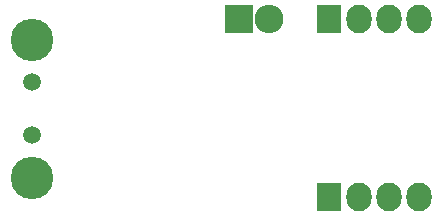
<source format=gbs>
G04 #@! TF.FileFunction,Soldermask,Bot*
%FSLAX46Y46*%
G04 Gerber Fmt 4.6, Leading zero omitted, Abs format (unit mm)*
G04 Created by KiCad (PCBNEW (2016-05-05 BZR 6775)-product) date Monday, 13 February 2017 'pmt' 19:42:56*
%MOMM*%
%LPD*%
G01*
G04 APERTURE LIST*
%ADD10C,0.100000*%
%ADD11C,3.600000*%
%ADD12C,1.500000*%
%ADD13R,2.127200X2.432000*%
%ADD14O,2.127200X2.432000*%
%ADD15R,2.432000X2.432000*%
%ADD16O,2.432000X2.432000*%
G04 APERTURE END LIST*
D10*
D11*
X72750000Y-85350000D03*
X72750000Y-73650000D03*
D12*
X72750000Y-81750000D03*
X72750000Y-77250000D03*
D13*
X97940000Y-71880000D03*
D14*
X100480000Y-71880000D03*
X103020000Y-71880000D03*
X105560000Y-71880000D03*
D13*
X97940000Y-87000000D03*
D14*
X100480000Y-87000000D03*
X103020000Y-87000000D03*
X105560000Y-87000000D03*
D15*
X90320000Y-71880000D03*
D16*
X92860000Y-71880000D03*
M02*

</source>
